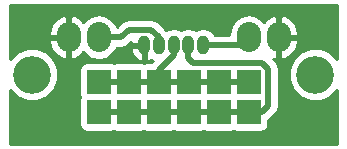
<source format=gtl>
G04 #@! TF.FileFunction,Copper,L1,Top,Signal*
%FSLAX46Y46*%
G04 Gerber Fmt 4.6, Leading zero omitted, Abs format (unit mm)*
G04 Created by KiCad (PCBNEW 4.0.7-e2-6376~58~ubuntu16.04.1) date Sun Oct 29 10:10:01 2017*
%MOMM*%
%LPD*%
G01*
G04 APERTURE LIST*
%ADD10C,0.100000*%
%ADD11C,3.200000*%
%ADD12O,1.000000X1.600000*%
%ADD13O,2.032000X2.540000*%
%ADD14R,2.032000X2.032000*%
%ADD15C,0.500000*%
%ADD16C,0.254000*%
G04 APERTURE END LIST*
D10*
D11*
X137860000Y-100965000D03*
X161860000Y-100965000D03*
D12*
X147360000Y-98465000D03*
X148610000Y-98465000D03*
X149860000Y-98465000D03*
X151110000Y-98465000D03*
X152360000Y-98465000D03*
D13*
X140970000Y-97790000D03*
X143510000Y-97790000D03*
X156210000Y-97790000D03*
X158750000Y-97790000D03*
D14*
X156210000Y-101600000D03*
X156210000Y-104140000D03*
X153670000Y-101600000D03*
X153670000Y-104140000D03*
X151130000Y-101600000D03*
X151130000Y-104140000D03*
X148590000Y-101600000D03*
X148590000Y-104140000D03*
X146050000Y-101600000D03*
X146050000Y-104140000D03*
X143510000Y-101600000D03*
X143510000Y-104140000D03*
D15*
X156210000Y-101600000D02*
X153670000Y-101600000D01*
X148590000Y-101600000D02*
X148590000Y-100584000D01*
X148590000Y-100584000D02*
X149860000Y-99314000D01*
X149860000Y-99314000D02*
X149860000Y-98465000D01*
X153670000Y-101600000D02*
X151130000Y-101600000D01*
X151130000Y-101600000D02*
X148590000Y-101600000D01*
X148590000Y-101600000D02*
X146050000Y-101600000D01*
X146050000Y-101600000D02*
X143510000Y-101600000D01*
X143510000Y-97790000D02*
X145415000Y-97790000D01*
X147955000Y-97155000D02*
X148610000Y-97810000D01*
X146050000Y-97155000D02*
X147955000Y-97155000D01*
X145415000Y-97790000D02*
X146050000Y-97155000D01*
X148610000Y-97810000D02*
X148610000Y-98465000D01*
X152360000Y-98465000D02*
X155535000Y-98465000D01*
X155535000Y-98465000D02*
X156210000Y-97790000D01*
X155535000Y-98465000D02*
X156210000Y-97790000D01*
X151110000Y-98465000D02*
X151110000Y-99548000D01*
X151110000Y-99548000D02*
X151511000Y-99949000D01*
X151511000Y-99949000D02*
X157353000Y-99949000D01*
X157353000Y-99949000D02*
X157861000Y-100457000D01*
X157861000Y-100457000D02*
X157861000Y-103632000D01*
X157861000Y-103632000D02*
X157353000Y-104140000D01*
X157353000Y-104140000D02*
X156210000Y-104140000D01*
X146050000Y-104140000D02*
X143510000Y-104140000D01*
X157099000Y-104140000D02*
X156210000Y-104140000D01*
X156210000Y-104140000D02*
X153670000Y-104140000D01*
X153670000Y-104140000D02*
X151130000Y-104140000D01*
X151130000Y-104140000D02*
X148590000Y-104140000D01*
X148590000Y-104140000D02*
X146050000Y-104140000D01*
X156210000Y-104140000D02*
X156845000Y-104140000D01*
D16*
G36*
X163733000Y-99677743D02*
X163127679Y-99071364D01*
X162306519Y-98730389D01*
X161417381Y-98729613D01*
X160595628Y-99069155D01*
X159966364Y-99697321D01*
X159625389Y-100518481D01*
X159624613Y-101407619D01*
X159964155Y-102229372D01*
X160592321Y-102858636D01*
X161413481Y-103199611D01*
X162302619Y-103200387D01*
X163124372Y-102860845D01*
X163733000Y-102253279D01*
X163733000Y-106838000D01*
X135987000Y-106838000D01*
X135987000Y-102252257D01*
X136592321Y-102858636D01*
X137413481Y-103199611D01*
X138302619Y-103200387D01*
X139124372Y-102860845D01*
X139753636Y-102232679D01*
X140094611Y-101411519D01*
X140095387Y-100522381D01*
X139755845Y-99700628D01*
X139127679Y-99071364D01*
X138306519Y-98730389D01*
X137417381Y-98729613D01*
X136595628Y-99069155D01*
X135987000Y-99676721D01*
X135987000Y-97917000D01*
X139319000Y-97917000D01*
X139319000Y-98171000D01*
X139493276Y-98793143D01*
X139892370Y-99301236D01*
X140455523Y-99617926D01*
X140587056Y-99649975D01*
X140843000Y-99530836D01*
X140843000Y-97917000D01*
X139319000Y-97917000D01*
X135987000Y-97917000D01*
X135987000Y-97409000D01*
X139319000Y-97409000D01*
X139319000Y-97663000D01*
X140843000Y-97663000D01*
X140843000Y-96049164D01*
X141097000Y-96049164D01*
X141097000Y-97663000D01*
X141117000Y-97663000D01*
X141117000Y-97917000D01*
X141097000Y-97917000D01*
X141097000Y-99530836D01*
X141352944Y-99649975D01*
X141484477Y-99617926D01*
X142047630Y-99301236D01*
X142225946Y-99074219D01*
X142342567Y-99248754D01*
X142878190Y-99606646D01*
X143510000Y-99732321D01*
X144141810Y-99606646D01*
X144677433Y-99248754D01*
X145035325Y-98713131D01*
X145042910Y-98675000D01*
X145414995Y-98675000D01*
X145415000Y-98675001D01*
X145697484Y-98618810D01*
X145753675Y-98607633D01*
X145777071Y-98592000D01*
X146225000Y-98592000D01*
X146225000Y-98892000D01*
X146359998Y-99316678D01*
X146647237Y-99657368D01*
X147058126Y-99859119D01*
X147233000Y-99732954D01*
X147233000Y-98592000D01*
X146225000Y-98592000D01*
X145777071Y-98592000D01*
X146040790Y-98415790D01*
X146225000Y-98231580D01*
X146225000Y-98338000D01*
X147233000Y-98338000D01*
X147233000Y-98318000D01*
X147475000Y-98318000D01*
X147475000Y-98793113D01*
X147487000Y-98853441D01*
X147487000Y-99732954D01*
X147661874Y-99859119D01*
X147973040Y-99706333D01*
X148118736Y-99803684D01*
X147985860Y-99936560D01*
X147574000Y-99936560D01*
X147338683Y-99980838D01*
X147322901Y-99990993D01*
X147317890Y-99987569D01*
X147066000Y-99936560D01*
X145034000Y-99936560D01*
X144798683Y-99980838D01*
X144782901Y-99990993D01*
X144777890Y-99987569D01*
X144526000Y-99936560D01*
X142494000Y-99936560D01*
X142258683Y-99980838D01*
X142042559Y-100119910D01*
X141897569Y-100332110D01*
X141846560Y-100584000D01*
X141846560Y-102616000D01*
X141890838Y-102851317D01*
X141900993Y-102867099D01*
X141897569Y-102872110D01*
X141846560Y-103124000D01*
X141846560Y-105156000D01*
X141890838Y-105391317D01*
X142029910Y-105607441D01*
X142242110Y-105752431D01*
X142494000Y-105803440D01*
X144526000Y-105803440D01*
X144761317Y-105759162D01*
X144777099Y-105749007D01*
X144782110Y-105752431D01*
X145034000Y-105803440D01*
X147066000Y-105803440D01*
X147301317Y-105759162D01*
X147317099Y-105749007D01*
X147322110Y-105752431D01*
X147574000Y-105803440D01*
X149606000Y-105803440D01*
X149841317Y-105759162D01*
X149857099Y-105749007D01*
X149862110Y-105752431D01*
X150114000Y-105803440D01*
X152146000Y-105803440D01*
X152381317Y-105759162D01*
X152397099Y-105749007D01*
X152402110Y-105752431D01*
X152654000Y-105803440D01*
X154686000Y-105803440D01*
X154921317Y-105759162D01*
X154937099Y-105749007D01*
X154942110Y-105752431D01*
X155194000Y-105803440D01*
X157226000Y-105803440D01*
X157461317Y-105759162D01*
X157677441Y-105620090D01*
X157822431Y-105407890D01*
X157873440Y-105156000D01*
X157873440Y-104836182D01*
X157978790Y-104765790D01*
X158486787Y-104257792D01*
X158486790Y-104257790D01*
X158678633Y-103970675D01*
X158746000Y-103632000D01*
X158746000Y-100457000D01*
X158678633Y-100118325D01*
X158486790Y-99831210D01*
X158486787Y-99831208D01*
X158285742Y-99630162D01*
X158367056Y-99649975D01*
X158623000Y-99530836D01*
X158623000Y-97917000D01*
X158877000Y-97917000D01*
X158877000Y-99530836D01*
X159132944Y-99649975D01*
X159264477Y-99617926D01*
X159827630Y-99301236D01*
X160226724Y-98793143D01*
X160401000Y-98171000D01*
X160401000Y-97917000D01*
X158877000Y-97917000D01*
X158623000Y-97917000D01*
X158603000Y-97917000D01*
X158603000Y-97663000D01*
X158623000Y-97663000D01*
X158623000Y-96049164D01*
X158877000Y-96049164D01*
X158877000Y-97663000D01*
X160401000Y-97663000D01*
X160401000Y-97409000D01*
X160226724Y-96786857D01*
X159827630Y-96278764D01*
X159264477Y-95962074D01*
X159132944Y-95930025D01*
X158877000Y-96049164D01*
X158623000Y-96049164D01*
X158367056Y-95930025D01*
X158235523Y-95962074D01*
X157672370Y-96278764D01*
X157494054Y-96505781D01*
X157377433Y-96331246D01*
X156841810Y-95973354D01*
X156210000Y-95847679D01*
X155578190Y-95973354D01*
X155042567Y-96331246D01*
X154684675Y-96866869D01*
X154559000Y-97498679D01*
X154559000Y-97580000D01*
X153326724Y-97580000D01*
X153162566Y-97334321D01*
X152794346Y-97088284D01*
X152360000Y-97001887D01*
X151925654Y-97088284D01*
X151735000Y-97215675D01*
X151544346Y-97088284D01*
X151110000Y-97001887D01*
X150675654Y-97088284D01*
X150485000Y-97215675D01*
X150294346Y-97088284D01*
X149860000Y-97001887D01*
X149425654Y-97088284D01*
X149250081Y-97205598D01*
X149235790Y-97184210D01*
X149235787Y-97184208D01*
X148580790Y-96529210D01*
X148293675Y-96337367D01*
X148237484Y-96326190D01*
X147955000Y-96269999D01*
X147954995Y-96270000D01*
X146050005Y-96270000D01*
X146050000Y-96269999D01*
X145711326Y-96337366D01*
X145711324Y-96337367D01*
X145711325Y-96337367D01*
X145424210Y-96529210D01*
X145424208Y-96529213D01*
X145048420Y-96905000D01*
X145042910Y-96905000D01*
X145035325Y-96866869D01*
X144677433Y-96331246D01*
X144141810Y-95973354D01*
X143510000Y-95847679D01*
X142878190Y-95973354D01*
X142342567Y-96331246D01*
X142225946Y-96505781D01*
X142047630Y-96278764D01*
X141484477Y-95962074D01*
X141352944Y-95930025D01*
X141097000Y-96049164D01*
X140843000Y-96049164D01*
X140587056Y-95930025D01*
X140455523Y-95962074D01*
X139892370Y-96278764D01*
X139493276Y-96786857D01*
X139319000Y-97409000D01*
X135987000Y-97409000D01*
X135987000Y-95092000D01*
X163733000Y-95092000D01*
X163733000Y-99677743D01*
X163733000Y-99677743D01*
G37*
X163733000Y-99677743D02*
X163127679Y-99071364D01*
X162306519Y-98730389D01*
X161417381Y-98729613D01*
X160595628Y-99069155D01*
X159966364Y-99697321D01*
X159625389Y-100518481D01*
X159624613Y-101407619D01*
X159964155Y-102229372D01*
X160592321Y-102858636D01*
X161413481Y-103199611D01*
X162302619Y-103200387D01*
X163124372Y-102860845D01*
X163733000Y-102253279D01*
X163733000Y-106838000D01*
X135987000Y-106838000D01*
X135987000Y-102252257D01*
X136592321Y-102858636D01*
X137413481Y-103199611D01*
X138302619Y-103200387D01*
X139124372Y-102860845D01*
X139753636Y-102232679D01*
X140094611Y-101411519D01*
X140095387Y-100522381D01*
X139755845Y-99700628D01*
X139127679Y-99071364D01*
X138306519Y-98730389D01*
X137417381Y-98729613D01*
X136595628Y-99069155D01*
X135987000Y-99676721D01*
X135987000Y-97917000D01*
X139319000Y-97917000D01*
X139319000Y-98171000D01*
X139493276Y-98793143D01*
X139892370Y-99301236D01*
X140455523Y-99617926D01*
X140587056Y-99649975D01*
X140843000Y-99530836D01*
X140843000Y-97917000D01*
X139319000Y-97917000D01*
X135987000Y-97917000D01*
X135987000Y-97409000D01*
X139319000Y-97409000D01*
X139319000Y-97663000D01*
X140843000Y-97663000D01*
X140843000Y-96049164D01*
X141097000Y-96049164D01*
X141097000Y-97663000D01*
X141117000Y-97663000D01*
X141117000Y-97917000D01*
X141097000Y-97917000D01*
X141097000Y-99530836D01*
X141352944Y-99649975D01*
X141484477Y-99617926D01*
X142047630Y-99301236D01*
X142225946Y-99074219D01*
X142342567Y-99248754D01*
X142878190Y-99606646D01*
X143510000Y-99732321D01*
X144141810Y-99606646D01*
X144677433Y-99248754D01*
X145035325Y-98713131D01*
X145042910Y-98675000D01*
X145414995Y-98675000D01*
X145415000Y-98675001D01*
X145697484Y-98618810D01*
X145753675Y-98607633D01*
X145777071Y-98592000D01*
X146225000Y-98592000D01*
X146225000Y-98892000D01*
X146359998Y-99316678D01*
X146647237Y-99657368D01*
X147058126Y-99859119D01*
X147233000Y-99732954D01*
X147233000Y-98592000D01*
X146225000Y-98592000D01*
X145777071Y-98592000D01*
X146040790Y-98415790D01*
X146225000Y-98231580D01*
X146225000Y-98338000D01*
X147233000Y-98338000D01*
X147233000Y-98318000D01*
X147475000Y-98318000D01*
X147475000Y-98793113D01*
X147487000Y-98853441D01*
X147487000Y-99732954D01*
X147661874Y-99859119D01*
X147973040Y-99706333D01*
X148118736Y-99803684D01*
X147985860Y-99936560D01*
X147574000Y-99936560D01*
X147338683Y-99980838D01*
X147322901Y-99990993D01*
X147317890Y-99987569D01*
X147066000Y-99936560D01*
X145034000Y-99936560D01*
X144798683Y-99980838D01*
X144782901Y-99990993D01*
X144777890Y-99987569D01*
X144526000Y-99936560D01*
X142494000Y-99936560D01*
X142258683Y-99980838D01*
X142042559Y-100119910D01*
X141897569Y-100332110D01*
X141846560Y-100584000D01*
X141846560Y-102616000D01*
X141890838Y-102851317D01*
X141900993Y-102867099D01*
X141897569Y-102872110D01*
X141846560Y-103124000D01*
X141846560Y-105156000D01*
X141890838Y-105391317D01*
X142029910Y-105607441D01*
X142242110Y-105752431D01*
X142494000Y-105803440D01*
X144526000Y-105803440D01*
X144761317Y-105759162D01*
X144777099Y-105749007D01*
X144782110Y-105752431D01*
X145034000Y-105803440D01*
X147066000Y-105803440D01*
X147301317Y-105759162D01*
X147317099Y-105749007D01*
X147322110Y-105752431D01*
X147574000Y-105803440D01*
X149606000Y-105803440D01*
X149841317Y-105759162D01*
X149857099Y-105749007D01*
X149862110Y-105752431D01*
X150114000Y-105803440D01*
X152146000Y-105803440D01*
X152381317Y-105759162D01*
X152397099Y-105749007D01*
X152402110Y-105752431D01*
X152654000Y-105803440D01*
X154686000Y-105803440D01*
X154921317Y-105759162D01*
X154937099Y-105749007D01*
X154942110Y-105752431D01*
X155194000Y-105803440D01*
X157226000Y-105803440D01*
X157461317Y-105759162D01*
X157677441Y-105620090D01*
X157822431Y-105407890D01*
X157873440Y-105156000D01*
X157873440Y-104836182D01*
X157978790Y-104765790D01*
X158486787Y-104257792D01*
X158486790Y-104257790D01*
X158678633Y-103970675D01*
X158746000Y-103632000D01*
X158746000Y-100457000D01*
X158678633Y-100118325D01*
X158486790Y-99831210D01*
X158486787Y-99831208D01*
X158285742Y-99630162D01*
X158367056Y-99649975D01*
X158623000Y-99530836D01*
X158623000Y-97917000D01*
X158877000Y-97917000D01*
X158877000Y-99530836D01*
X159132944Y-99649975D01*
X159264477Y-99617926D01*
X159827630Y-99301236D01*
X160226724Y-98793143D01*
X160401000Y-98171000D01*
X160401000Y-97917000D01*
X158877000Y-97917000D01*
X158623000Y-97917000D01*
X158603000Y-97917000D01*
X158603000Y-97663000D01*
X158623000Y-97663000D01*
X158623000Y-96049164D01*
X158877000Y-96049164D01*
X158877000Y-97663000D01*
X160401000Y-97663000D01*
X160401000Y-97409000D01*
X160226724Y-96786857D01*
X159827630Y-96278764D01*
X159264477Y-95962074D01*
X159132944Y-95930025D01*
X158877000Y-96049164D01*
X158623000Y-96049164D01*
X158367056Y-95930025D01*
X158235523Y-95962074D01*
X157672370Y-96278764D01*
X157494054Y-96505781D01*
X157377433Y-96331246D01*
X156841810Y-95973354D01*
X156210000Y-95847679D01*
X155578190Y-95973354D01*
X155042567Y-96331246D01*
X154684675Y-96866869D01*
X154559000Y-97498679D01*
X154559000Y-97580000D01*
X153326724Y-97580000D01*
X153162566Y-97334321D01*
X152794346Y-97088284D01*
X152360000Y-97001887D01*
X151925654Y-97088284D01*
X151735000Y-97215675D01*
X151544346Y-97088284D01*
X151110000Y-97001887D01*
X150675654Y-97088284D01*
X150485000Y-97215675D01*
X150294346Y-97088284D01*
X149860000Y-97001887D01*
X149425654Y-97088284D01*
X149250081Y-97205598D01*
X149235790Y-97184210D01*
X149235787Y-97184208D01*
X148580790Y-96529210D01*
X148293675Y-96337367D01*
X148237484Y-96326190D01*
X147955000Y-96269999D01*
X147954995Y-96270000D01*
X146050005Y-96270000D01*
X146050000Y-96269999D01*
X145711326Y-96337366D01*
X145711324Y-96337367D01*
X145711325Y-96337367D01*
X145424210Y-96529210D01*
X145424208Y-96529213D01*
X145048420Y-96905000D01*
X145042910Y-96905000D01*
X145035325Y-96866869D01*
X144677433Y-96331246D01*
X144141810Y-95973354D01*
X143510000Y-95847679D01*
X142878190Y-95973354D01*
X142342567Y-96331246D01*
X142225946Y-96505781D01*
X142047630Y-96278764D01*
X141484477Y-95962074D01*
X141352944Y-95930025D01*
X141097000Y-96049164D01*
X140843000Y-96049164D01*
X140587056Y-95930025D01*
X140455523Y-95962074D01*
X139892370Y-96278764D01*
X139493276Y-96786857D01*
X139319000Y-97409000D01*
X135987000Y-97409000D01*
X135987000Y-95092000D01*
X163733000Y-95092000D01*
X163733000Y-99677743D01*
M02*

</source>
